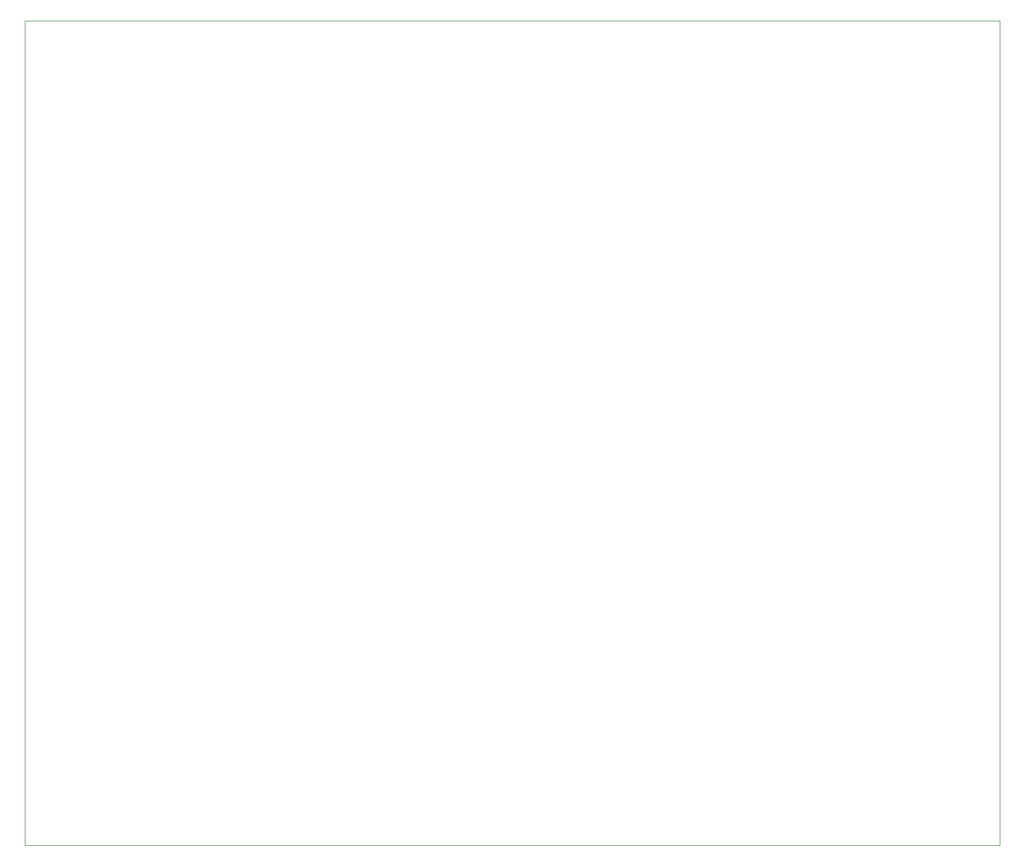
<source format=gbr>
%TF.GenerationSoftware,KiCad,Pcbnew,8.0.3*%
%TF.CreationDate,2024-11-17T17:52:43+01:00*%
%TF.ProjectId,PCB2,50434232-2e6b-4696-9361-645f70636258,rev?*%
%TF.SameCoordinates,Original*%
%TF.FileFunction,Profile,NP*%
%FSLAX46Y46*%
G04 Gerber Fmt 4.6, Leading zero omitted, Abs format (unit mm)*
G04 Created by KiCad (PCBNEW 8.0.3) date 2024-11-17 17:52:43*
%MOMM*%
%LPD*%
G01*
G04 APERTURE LIST*
%TA.AperFunction,Profile*%
%ADD10C,0.050000*%
%TD*%
G04 APERTURE END LIST*
D10*
X59000000Y-144000000D02*
X59000000Y-23000000D01*
X202000000Y-23000000D02*
X202000000Y-144000000D01*
X59000000Y-23000000D02*
X202000000Y-23000000D01*
X202000000Y-144000000D02*
X59000000Y-144000000D01*
M02*

</source>
